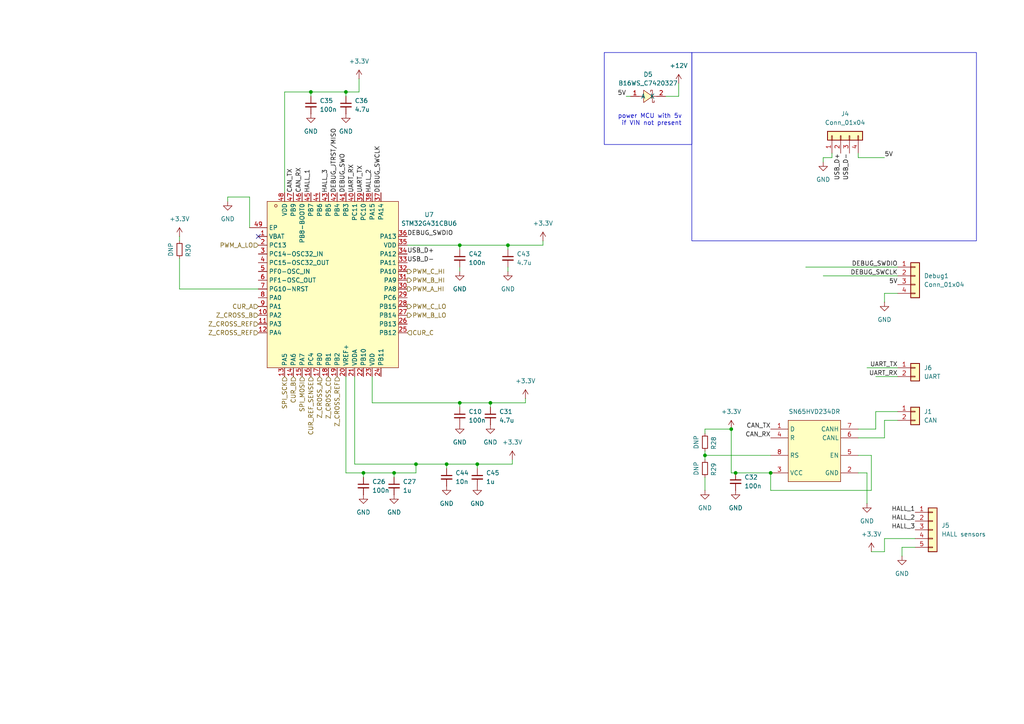
<source format=kicad_sch>
(kicad_sch (version 20231120) (generator "eeschema") (generator_version "8.0")
  (paper "A4")
  (lib_symbols
    (symbol "Connector_Generic:Conn_01x02" (pin_names (offset 1.016) hide)
      (property "Reference" "J" (at 0 2.54 0))
      (property "Value" "Conn_01x02" (at 0 -5.08 0))
      (symbol "Conn_01x02_1_1"
        (rectangle (start -1.27 -2.413) (end 0 -2.667) (stroke (width 0.1524)))
        (rectangle (start -1.27 0.127) (end 0 -0.127) (stroke (width 0.1524)))
        (rectangle (start -1.27 1.27) (end 1.27 -3.81) (stroke (width 0.254)) (fill (type background)))
        (pin passive line (at -5.08 0 0) (length 3.81) (name "Pin_1") (number "1"))
        (pin passive line (at -5.08 -2.54 0) (length 3.81) (name "Pin_2") (number "2"))
      )
    )
    (symbol "Connector_Generic:Conn_01x04" (pin_names (offset 1.016) hide)
      (property "Reference" "J" (at 0 5.08 0))
      (property "Value" "Conn_01x04" (at 0 -7.62 0))
      (symbol "Conn_01x04_1_1"
        (rectangle (start -1.27 -4.953) (end 0 -5.207) (stroke (width 0.1524)))
        (rectangle (start -1.27 -2.413) (end 0 -2.667) (stroke (width 0.1524)))
        (rectangle (start -1.27 0.127) (end 0 -0.127) (stroke (width 0.1524)))
        (rectangle (start -1.27 2.667) (end 0 2.413) (stroke (width 0.1524)))
        (rectangle (start -1.27 3.81) (end 1.27 -6.35) (stroke (width 0.254)) (fill (type background)))
        (pin passive line (at -5.08 2.54 0) (length 3.81) (name "Pin_1") (number "1"))
        (pin passive line (at -5.08 0 0) (length 3.81) (name "Pin_2") (number "2"))
        (pin passive line (at -5.08 -2.54 0) (length 3.81) (name "Pin_3") (number "3"))
        (pin passive line (at -5.08 -5.08 0) (length 3.81) (name "Pin_4") (number "4"))
      )
    )
    (symbol "Connector_Generic:Conn_01x05" (pin_names (offset 1.016) hide)
      (property "Reference" "J" (at 0 7.62 0))
      (property "Value" "Conn_01x05" (at 0 -7.62 0))
      (symbol "Conn_01x05_1_1"
        (rectangle (start -1.27 -4.953) (end 0 -5.207) (stroke (width 0.1524)))
        (rectangle (start -1.27 -2.413) (end 0 -2.667) (stroke (width 0.1524)))
        (rectangle (start -1.27 0.127) (end 0 -0.127) (stroke (width 0.1524)))
        (rectangle (start -1.27 2.667) (end 0 2.413) (stroke (width 0.1524)))
        (rectangle (start -1.27 5.207) (end 0 4.953) (stroke (width 0.1524)))
        (rectangle (start -1.27 6.35) (end 1.27 -6.35) (stroke (width 0.254)) (fill (type background)))
        (pin passive line (at -5.08 5.08 0) (length 3.81) (name "Pin_1") (number "1"))
        (pin passive line (at -5.08 2.54 0) (length 3.81) (name "Pin_2") (number "2"))
        (pin passive line (at -5.08 0 0) (length 3.81) (name "Pin_3") (number "3"))
        (pin passive line (at -5.08 -2.54 0) (length 3.81) (name "Pin_4") (number "4"))
        (pin passive line (at -5.08 -5.08 0) (length 3.81) (name "Pin_5") (number "5"))
      )
    )
    (symbol "Device:C_Small" (pin_numbers hide) (pin_names (offset 0.254) hide)
      (property "Reference" "C" (at 0.254 1.778 0))
      (property "Value" "C_Small" (at 0.254 -2.032 0))
      (symbol "C_Small_0_1"
        (polyline (pts (xy -1.524 -0.508) (xy 1.524 -0.508)) (stroke (width 0.3302)))
        (polyline (pts (xy -1.524 0.508) (xy 1.524 0.508)) (stroke (width 0.3048)))
      )
      (symbol "C_Small_1_1"
        (pin passive line (at 0 2.54 270) (length 2.032) (name "~") (number "1"))
        (pin passive line (at 0 -2.54 90) (length 2.032) (name "~") (number "2"))
      )
    )
    (symbol "Device:R_Small" (pin_numbers hide) (pin_names (offset 0.254) hide)
      (property "Reference" "R" (at 0.762 0.508 0))
      (property "Value" "R_Small" (at 0.762 -1.016 0))
      (symbol "R_Small_0_1"
        (rectangle (start -0.762 1.778) (end 0.762 -1.778) (stroke (width 0.2032)))
      )
      (symbol "R_Small_1_1"
        (pin passive line (at 0 2.54 270) (length 0.762) (name "~") (number "1"))
        (pin passive line (at 0 -2.54 90) (length 0.762) (name "~") (number "2"))
      )
    )
    (symbol "easyeda2kicad:B16WS_C7420327"
      (property "Reference" "D" (at 0 5.08 0))
      (property "Value" "B16WS_C7420327" (at 0 -5.08 0))
      (symbol "B16WS_C7420327_0_1"
        (polyline (pts (xy -2.54 0) (xy -1.27 0)))
        (polyline (pts (xy 1.27 0) (xy 2.54 0)))
        (polyline (pts (xy -1.27 -1.78) (xy 1.27 0) (xy -1.27 1.78) (xy -1.27 -1.78)) (fill (type background)))
        (polyline (pts (xy 1.78 -1.27) (xy 1.78 -1.78) (xy 1.27 -1.78) (xy 1.27 1.78) (xy 0.76 1.78) (xy 0.76 1.27)))
        (pin unspecified line (at -5.08 0 0) (length 2.54) (name "A") (number "1"))
        (pin unspecified line (at 5.08 0 180) (length 2.54) (name "K") (number "2"))
      )
    )
    (symbol "easyeda2kicad:SN65HVD234DR"
      (property "Reference" "U" (at 0 11.43 0))
      (property "Value" "SN65HVD234DR" (at 0 -11.43 0))
      (symbol "SN65HVD234DR_0_1"
        (rectangle (start -7.62 8.89) (end 7.62 -8.89) (fill (type background)))
        (pin unspecified line (at -12.7 6.35 0) (length 5.08) (name "D") (number "1"))
        (pin power_in line (at 12.7 -6.35 180) (length 5.08) (name "GND") (number "2"))
        (pin power_in line (at -12.7 -6.35 0) (length 5.08) (name "VCC") (number "3"))
        (pin output line (at -12.7 3.81 0) (length 5.08) (name "R") (number "4"))
        (pin unspecified line (at 12.7 -1.27 180) (length 5.08) (name "EN") (number "5"))
        (pin bidirectional line (at 12.7 3.81 180) (length 5.08) (name "CANL") (number "6"))
        (pin bidirectional line (at 12.7 6.35 180) (length 5.08) (name "CANH") (number "7"))
        (pin unspecified line (at -12.7 -1.27 0) (length 5.08) (name "RS") (number "8"))
      )
    )
    (symbol "easyeda2kicad:STM32G431CBU6"
      (property "Reference" "U" (at 0 33.02 0))
      (property "Value" "STM32G431CBU6" (at 0 -30.48 0))
      (symbol "STM32G431CBU6_0_1"
        (rectangle (start -20.32 25.4) (end 17.78 -22.86) (fill (type background)))
        (circle (center -17.78 24.13) (radius 0.38))
        (pin unspecified line (at -22.86 15.24 0) (length 2.54) (name "VBAT") (number "1"))
        (pin unspecified line (at -22.86 -7.62 0) (length 2.54) (name "PA2") (number "10"))
        (pin unspecified line (at -22.86 -10.16 0) (length 2.54) (name "PA3") (number "11"))
        (pin unspecified line (at -22.86 -12.7 0) (length 2.54) (name "PA4") (number "12"))
        (pin unspecified line (at -15.24 -25.4 90) (length 2.54) (name "PA5") (number "13"))
        (pin unspecified line (at -12.7 -25.4 90) (length 2.54) (name "PA6") (number "14"))
        (pin unspecified line (at -10.16 -25.4 90) (length 2.54) (name "PA7") (number "15"))
        (pin unspecified line (at -7.62 -25.4 90) (length 2.54) (name "PC4") (number "16"))
        (pin unspecified line (at -5.08 -25.4 90) (length 2.54) (name "PB0") (number "17"))
        (pin unspecified line (at -2.54 -25.4 90) (length 2.54) (name "PB1") (number "18"))
        (pin unspecified line (at 0 -25.4 90) (length 2.54) (name "PB2") (number "19"))
        (pin unspecified line (at -22.86 12.7 0) (length 2.54) (name "PC13") (number "2"))
        (pin unspecified line (at 2.54 -25.4 90) (length 2.54) (name "VREF+") (number "20"))
        (pin unspecified line (at 5.08 -25.4 90) (length 2.54) (name "VDDA") (number "21"))
        (pin unspecified line (at 7.62 -25.4 90) (length 2.54) (name "PB10") (number "22"))
        (pin unspecified line (at 10.16 -25.4 90) (length 2.54) (name "VDD") (number "23"))
        (pin unspecified line (at 12.7 -25.4 90) (length 2.54) (name "PB11") (number "24"))
        (pin unspecified line (at 20.32 -12.7 180) (length 2.54) (name "PB12") (number "25"))
        (pin unspecified line (at 20.32 -10.16 180) (length 2.54) (name "PB13") (number "26"))
        (pin unspecified line (at 20.32 -7.62 180) (length 2.54) (name "PB14") (number "27"))
        (pin unspecified line (at 20.32 -5.08 180) (length 2.54) (name "PB15") (number "28"))
        (pin unspecified line (at 20.32 -2.54 180) (length 2.54) (name "PC6") (number "29"))
        (pin unspecified line (at -22.86 10.16 0) (length 2.54) (name "PC14-OSC32_IN") (number "3"))
        (pin unspecified line (at 20.32 0 180) (length 2.54) (name "PA8") (number "30"))
        (pin unspecified line (at 20.32 2.54 180) (length 2.54) (name "PA9") (number "31"))
        (pin unspecified line (at 20.32 5.08 180) (length 2.54) (name "PA10") (number "32"))
        (pin unspecified line (at 20.32 7.62 180) (length 2.54) (name "PA11") (number "33"))
        (pin unspecified line (at 20.32 10.16 180) (length 2.54) (name "PA12") (number "34"))
        (pin unspecified line (at 20.32 12.7 180) (length 2.54) (name "VDD") (number "35"))
        (pin unspecified line (at 20.32 15.24 180) (length 2.54) (name "PA13") (number "36"))
        (pin unspecified line (at 12.7 27.94 270) (length 2.54) (name "PA14") (number "37"))
        (pin unspecified line (at 10.16 27.94 270) (length 2.54) (name "PA15") (number "38"))
        (pin unspecified line (at 7.62 27.94 270) (length 2.54) (name "PC10") (number "39"))
        (pin unspecified line (at -22.86 7.62 0) (length 2.54) (name "PC15-OSC32_OUT") (number "4"))
        (pin unspecified line (at 5.08 27.94 270) (length 2.54) (name "PC11") (number "40"))
        (pin unspecified line (at 2.54 27.94 270) (length 2.54) (name "PB3") (number "41"))
        (pin unspecified line (at 0 27.94 270) (length 2.54) (name "PB4") (number "42"))
        (pin unspecified line (at -2.54 27.94 270) (length 2.54) (name "PB5") (number "43"))
        (pin unspecified line (at -5.08 27.94 270) (length 2.54) (name "PB6") (number "44"))
        (pin unspecified line (at -7.62 27.94 270) (length 2.54) (name "PB7") (number "45"))
        (pin unspecified line (at -10.16 27.94 270) (length 2.54) (name "PB8-BOOT0") (number "46"))
        (pin unspecified line (at -12.7 27.94 270) (length 2.54) (name "PB9") (number "47"))
        (pin unspecified line (at -15.24 27.94 270) (length 2.54) (name "VDD") (number "48"))
        (pin unspecified line (at -25.4 17.78 0) (length 5.08) (name "EP") (number "49"))
        (pin unspecified line (at -22.86 5.08 0) (length 2.54) (name "PF0-OSC_IN") (number "5"))
        (pin unspecified line (at -22.86 2.54 0) (length 2.54) (name "PF1-OSC_OUT") (number "6"))
        (pin unspecified line (at -22.86 0 0) (length 2.54) (name "PG10-NRST") (number "7"))
        (pin unspecified line (at -22.86 -2.54 0) (length 2.54) (name "PA0") (number "8"))
        (pin unspecified line (at -22.86 -5.08 0) (length 2.54) (name "PA1") (number "9"))
      )
    )
    (symbol "power:+12V" (power) (pin_numbers hide) (pin_names (offset 0) hide)
      (property "Value" "+12V" (at 0 3.556 0))
      (symbol "+12V_0_1"
        (polyline (pts (xy -0.762 1.27) (xy 0 2.54)))
        (polyline (pts (xy 0 0) (xy 0 2.54)))
        (polyline (pts (xy 0 2.54) (xy 0.762 1.27)))
      )
      (symbol "+12V_1_1"
        (pin power_in line (at 0 0 90) (length 0) (name "~") (number "1"))
      )
    )
    (symbol "power:+3.3V" (power) (pin_numbers hide) (pin_names (offset 0) hide)
      (property "Value" "+3.3V" (at 0 3.556 0))
      (symbol "+3.3V_0_1"
        (polyline (pts (xy -0.762 1.27) (xy 0 2.54)))
        (polyline (pts (xy 0 0) (xy 0 2.54)))
        (polyline (pts (xy 0 2.54) (xy 0.762 1.27)))
      )
      (symbol "+3.3V_1_1"
        (pin power_in line (at 0 0 90) (length 0) (name "~") (number "1"))
      )
    )
    (symbol "power:GND" (power) (pin_numbers hide) (pin_names (offset 0) hide)
      (property "Value" "GND" (at 0 -3.81 0))
      (symbol "GND_0_1"
        (polyline (pts (xy 0 0) (xy 0 -1.27) (xy 1.27 -1.27) (xy 0 -2.54) (xy -1.27 -1.27) (xy 0 -1.27)))
      )
      (symbol "GND_1_1"
        (pin power_in line (at 0 0 270) (length 0) (name "~") (number "1"))
      )
    )
  )
  (junction (at 114.3 137.16))
  (junction (at 223.52 137.16))
  (junction (at 204.47 132.08))
  (junction (at 129.54 134.62))
  (junction (at 138.43 134.62))
  (junction (at 133.35 71.12))
  (junction (at 213.36 137.16))
  (junction (at 100.33 26.67))
  (junction (at 212.09 124.46))
  (junction (at 105.41 137.16))
  (junction (at 120.65 134.62))
  (junction (at 147.32 71.12))
  (junction (at 133.35 116.84))
  (junction (at 142.24 116.84))
  (junction (at 90.17 26.67))
  (no_connect (at 74.93 68.58))
  (wire (pts (xy 248.92 45.72) (xy 248.92 44.45)))
  (wire (pts (xy 147.32 72.39) (xy 147.32 71.12)))
  (wire (pts (xy 256.54 160.02) (xy 256.54 156.21)))
  (wire (pts (xy 238.76 46.99) (xy 238.76 45.72)))
  (wire (pts (xy 157.48 69.85) (xy 157.48 71.12)))
  (wire (pts (xy 82.55 26.67) (xy 90.17 26.67)))
  (wire (pts (xy 260.35 106.68) (xy 251.46 106.68)))
  (wire (pts (xy 138.43 134.62) (xy 138.43 135.89)))
  (wire (pts (xy 204.47 124.46) (xy 212.09 124.46)))
  (wire (pts (xy 133.35 78.74) (xy 133.35 77.47)))
  (wire (pts (xy 252.73 142.24) (xy 223.52 142.24)))
  (wire (pts (xy 100.33 26.67) (xy 104.14 26.67)))
  (wire (pts (xy 248.92 124.46) (xy 254 124.46)))
  (wire (pts (xy 181.61 27.94) (xy 182.88 27.94)))
  (wire (pts (xy 196.85 24.13) (xy 196.85 27.94)))
  (wire (pts (xy 129.54 134.62) (xy 129.54 135.89)))
  (wire (pts (xy 204.47 130.81) (xy 204.47 132.08)))
  (wire (pts (xy 260.35 121.92) (xy 256.54 121.92)))
  (wire (pts (xy 114.3 137.16) (xy 114.3 138.43)))
  (wire (pts (xy 120.65 134.62) (xy 129.54 134.62)))
  (wire (pts (xy 193.04 27.94) (xy 196.85 27.94)))
  (wire (pts (xy 204.47 132.08) (xy 204.47 133.35)))
  (wire (pts (xy 120.65 137.16) (xy 120.65 134.62)))
  (wire (pts (xy 82.55 55.88) (xy 82.55 26.67)))
  (wire (pts (xy 52.07 83.82) (xy 52.07 74.93)))
  (wire (pts (xy 142.24 116.84) (xy 142.24 118.11)))
  (wire (pts (xy 52.07 68.58) (xy 52.07 69.85)))
  (wire (pts (xy 256.54 45.72) (xy 248.92 45.72)))
  (wire (pts (xy 248.92 137.16) (xy 251.46 137.16)))
  (wire (pts (xy 90.17 26.67) (xy 100.33 26.67)))
  (wire (pts (xy 129.54 134.62) (xy 138.43 134.62)))
  (wire (pts (xy 104.14 22.86) (xy 104.14 26.67)))
  (wire (pts (xy 105.41 137.16) (xy 105.41 138.43)))
  (wire (pts (xy 254 119.38) (xy 260.35 119.38)))
  (wire (pts (xy 100.33 109.22) (xy 100.33 137.16)))
  (wire (pts (xy 72.39 57.15) (xy 66.04 57.15)))
  (wire (pts (xy 260.35 77.47) (xy 233.68 77.47)))
  (wire (pts (xy 223.52 137.16) (xy 213.36 137.16)))
  (wire (pts (xy 252.73 160.02) (xy 256.54 160.02)))
  (wire (pts (xy 223.52 142.24) (xy 223.52 137.16)))
  (wire (pts (xy 241.3 45.72) (xy 241.3 44.45)))
  (wire (pts (xy 102.87 109.22) (xy 102.87 134.62)))
  (wire (pts (xy 204.47 125.73) (xy 204.47 124.46)))
  (wire (pts (xy 105.41 137.16) (xy 114.3 137.16)))
  (wire (pts (xy 238.76 45.72) (xy 241.3 45.72)))
  (wire (pts (xy 256.54 156.21) (xy 265.43 156.21)))
  (wire (pts (xy 114.3 137.16) (xy 120.65 137.16)))
  (wire (pts (xy 260.35 80.01) (xy 238.76 80.01)))
  (wire (pts (xy 90.17 26.67) (xy 90.17 27.94)))
  (wire (pts (xy 260.35 109.22) (xy 254 109.22)))
  (wire (pts (xy 256.54 87.63) (xy 256.54 85.09)))
  (wire (pts (xy 261.62 161.29) (xy 261.62 158.75)))
  (wire (pts (xy 100.33 26.67) (xy 100.33 27.94)))
  (wire (pts (xy 212.09 137.16) (xy 212.09 124.46)))
  (wire (pts (xy 133.35 116.84) (xy 133.35 118.11)))
  (wire (pts (xy 133.35 72.39) (xy 133.35 71.12)))
  (wire (pts (xy 152.4 115.57) (xy 152.4 116.84)))
  (wire (pts (xy 107.95 109.22) (xy 107.95 116.84)))
  (wire (pts (xy 256.54 121.92) (xy 256.54 127)))
  (wire (pts (xy 148.59 134.62) (xy 138.43 134.62)))
  (wire (pts (xy 204.47 132.08) (xy 223.52 132.08)))
  (wire (pts (xy 147.32 78.74) (xy 147.32 77.47)))
  (wire (pts (xy 118.11 71.12) (xy 133.35 71.12)))
  (wire (pts (xy 261.62 158.75) (xy 265.43 158.75)))
  (wire (pts (xy 248.92 132.08) (xy 252.73 132.08)))
  (wire (pts (xy 204.47 138.43) (xy 204.47 142.24)))
  (wire (pts (xy 152.4 116.84) (xy 142.24 116.84)))
  (wire (pts (xy 254 124.46) (xy 254 119.38)))
  (wire (pts (xy 252.73 132.08) (xy 252.73 142.24)))
  (wire (pts (xy 148.59 133.35) (xy 148.59 134.62)))
  (wire (pts (xy 256.54 85.09) (xy 260.35 85.09)))
  (wire (pts (xy 107.95 116.84) (xy 133.35 116.84)))
  (wire (pts (xy 100.33 137.16) (xy 105.41 137.16)))
  (wire (pts (xy 157.48 71.12) (xy 147.32 71.12)))
  (wire (pts (xy 66.04 57.15) (xy 66.04 58.42)))
  (wire (pts (xy 256.54 127) (xy 248.92 127)))
  (wire (pts (xy 147.32 71.12) (xy 133.35 71.12)))
  (wire (pts (xy 74.93 83.82) (xy 52.07 83.82)))
  (wire (pts (xy 72.39 66.04) (xy 72.39 57.15)))
  (wire (pts (xy 213.36 137.16) (xy 212.09 137.16)))
  (wire (pts (xy 133.35 116.84) (xy 142.24 116.84)))
  (wire (pts (xy 251.46 137.16) (xy 251.46 146.05)))
  (wire (pts (xy 102.87 134.62) (xy 120.65 134.62)))
  (rectangle (start 175.26 15.24) (end 200.66 41.91))
  (rectangle (start 200.66 15.24) (end 283.21 69.85))
  (text "power MCU with 5v \nif VIN not present\n" (at 188.976 34.798 0) (effects (font (size 1.27 1.27))))
  (label "DEBUG_SWDIO" (at 260.35 77.47 180))
  (label "HALL_2" (at 107.95 55.88 90))
  (label "5V" (at 260.35 82.55 180))
  (label "USB_D-" (at 246.38 44.45 270))
  (label "UART_RX" (at 260.35 109.22 180))
  (label "DEBUG_SWCLK" (at 260.35 80.01 180))
  (label "CAN_RX" (at 223.52 127 180))
  (label "DEBUG_JTRST{slash}MISO" (at 97.79 55.88 90))
  (label "CAN_RX" (at 87.63 55.88 90))
  (label "5V" (at 256.54 45.72 0))
  (label "DEBUG_SWDIO" (at 118.11 68.58 0))
  (label "UART_TX" (at 260.35 106.68 180))
  (label "HALL_1" (at 265.43 148.59 180))
  (label "CAN_TX" (at 223.52 124.46 180))
  (label "5V" (at 181.61 27.94 180))
  (label "HALL_3" (at 265.43 153.67 180))
  (label "UART_TX" (at 105.41 55.88 90))
  (label "USB_D+" (at 243.84 44.45 270))
  (label "USB_D+" (at 118.11 73.66 0))
  (label "USB_D-" (at 118.11 76.2 0))
  (label "DEBUG_SWCLK" (at 110.49 55.88 90))
  (label "HALL_1" (at 90.17 55.88 90))
  (label "CAN_TX" (at 85.09 55.88 90))
  (label "UART_RX" (at 102.87 55.88 90))
  (label "HALL_3" (at 95.25 55.88 90))
  (label "HALL_2" (at 265.43 151.13 180))
  (label "DEBUG_SWO" (at 100.33 55.88 90))
  (hierarchical_label "Z_CROSS_REF" (shape input) (at 97.79 109.22 270))
  (hierarchical_label "Z_CROSS_B" (shape input) (at 74.93 91.44 180))
  (hierarchical_label "Z_CROSS_REF" (shape input) (at 74.93 96.52 180))
  (hierarchical_label "CUR_REF_SENSE" (shape input) (at 90.17 109.22 270))
  (hierarchical_label "PWM_B_HI" (shape output) (at 118.11 81.28 0))
  (hierarchical_label "PWM_C_HI" (shape output) (at 118.11 78.74 0))
  (hierarchical_label "PWM_C_LO" (shape output) (at 118.11 88.9 0))
  (hierarchical_label "Z_CROSS_C" (shape input) (at 95.25 109.22 270))
  (hierarchical_label "PWM_A_LO" (shape input) (at 74.93 71.12 180))
  (hierarchical_label "CUR_C" (shape input) (at 118.11 96.52 0))
  (hierarchical_label "PWM_B_LO" (shape output) (at 118.11 91.44 0))
  (hierarchical_label "SPI_SCK" (shape input) (at 82.55 109.22 270))
  (hierarchical_label "PWM_A_HI" (shape output) (at 118.11 83.82 0))
  (hierarchical_label "Z_CROSS_REF" (shape input) (at 74.93 93.98 180))
  (hierarchical_label "Z_CROSS_A" (shape input) (at 92.71 109.22 270))
  (hierarchical_label "CUR_A" (shape input) (at 74.93 88.9 180))
  (hierarchical_label "SPI_MOSI" (shape input) (at 87.63 109.22 270))
  (hierarchical_label "CUR_B" (shape input) (at 85.09 109.22 270))
  (symbol (lib_id "Device:R_Small") (at 204.47 135.89 0) (mirror y) (unit 1)
    (property "Reference" "R29" (at 207.01 136.144 90))
    (property "Value" "DNP" (at 201.93 135.89 90))
    (property "Footprint" "Resistor_SMD:R_0402_1005Metric" (effects (hide yes)))
    (property "Description" "Resistor, small symbol" (effects (hide yes)))
  )
  (symbol (lib_id "Device:C_Small") (at 105.41 140.97 0) (unit 1)
    (property "Reference" "C26" (at 107.95 139.7062 0) (effects (justify left)))
    (property "Value" "100n" (at 107.95 142.2462 0) (effects (justify left)))
    (property "Footprint" "Capacitor_SMD:C_0402_1005Metric" (effects (hide yes)))
    (property "Description" "Unpolarized capacitor, small symbol" (effects (hide yes)))
  )
  (symbol (lib_id "easyeda2kicad:B16WS_C7420327") (at 187.96 27.94 0) (unit 1)
    (property "Reference" "D5" (at 187.96 21.59 0))
    (property "Value" "B16WS_C7420327" (at 187.96 24.13 0))
    (property "Footprint" "easyeda2kicad:SOD-323_L1.7-W1.3-LS2.5-FD" (effects (hide yes)))
    (property "LCSC Part" "C7420327" (effects (hide yes)))
  )
  (symbol (lib_id "power:GND") (at 256.54 87.63 0) (unit 1)
    (property "Reference" "#PWR033" (effects (hide yes)))
    (property "Value" "GND" (at 256.54 92.71 0))
    (property "Description" "Power symbol creates a global label with name \"GND\" , ground" (effects (hide yes)))
  )
  (symbol (lib_id "power:GND") (at 138.43 140.97 0) (unit 1)
    (property "Reference" "#PWR061" (effects (hide yes)))
    (property "Value" "GND" (at 138.43 146.05 0))
    (property "Description" "Power symbol creates a global label with name \"GND\" , ground" (effects (hide yes)))
  )
  (symbol (lib_id "power:+3.3V") (at 152.4 115.57 0) (unit 1)
    (property "Reference" "#PWR059" (effects (hide yes)))
    (property "Value" "+3.3V" (at 152.4 110.49 0))
    (property "Description" "Power symbol creates a global label with name \"+3.3V\"" (effects (hide yes)))
  )
  (symbol (lib_id "Device:C_Small") (at 129.54 138.43 0) (unit 1)
    (property "Reference" "C44" (at 132.08 137.1662 0) (effects (justify left)))
    (property "Value" "10n" (at 132.08 139.7062 0) (effects (justify left)))
    (property "Footprint" "Capacitor_SMD:C_0402_1005Metric" (effects (hide yes)))
    (property "Description" "Unpolarized capacitor, small symbol" (effects (hide yes)))
  )
  (symbol (lib_id "power:GND") (at 147.32 78.74 0) (unit 1)
    (property "Reference" "#PWR057" (effects (hide yes)))
    (property "Value" "GND" (at 147.32 83.82 0))
    (property "Description" "Power symbol creates a global label with name \"GND\" , ground" (effects (hide yes)))
  )
  (symbol (lib_id "Device:C_Small") (at 142.24 120.65 0) (unit 1)
    (property "Reference" "C31" (at 144.78 119.3862 0) (effects (justify left)))
    (property "Value" "4.7u" (at 144.78 121.9262 0) (effects (justify left)))
    (property "Footprint" "Capacitor_SMD:C_0603_1608Metric" (effects (hide yes)))
    (property "Description" "Unpolarized capacitor, small symbol" (effects (hide yes)))
  )
  (symbol (lib_id "power:GND") (at 238.76 46.99 0) (unit 1)
    (property "Reference" "#PWR03" (effects (hide yes)))
    (property "Value" "GND" (at 238.76 52.07 0))
    (property "Description" "Power symbol creates a global label with name \"GND\" , ground" (effects (hide yes)))
  )
  (symbol (lib_id "power:+3.3V") (at 212.09 124.46 0) (unit 1)
    (property "Reference" "#PWR045" (effects (hide yes)))
    (property "Value" "+3.3V" (at 212.09 119.38 0))
    (property "Description" "Power symbol creates a global label with name \"+3.3V\"" (effects (hide yes)))
  )
  (symbol (lib_id "power:GND") (at 100.33 33.02 0) (unit 1)
    (property "Reference" "#PWR054" (effects (hide yes)))
    (property "Value" "GND" (at 100.33 38.1 0))
    (property "Description" "Power symbol creates a global label with name \"GND\" , ground" (effects (hide yes)))
  )
  (symbol (lib_id "Device:R_Small") (at 52.07 72.39 0) (mirror y) (unit 1)
    (property "Reference" "R30" (at 54.61 72.644 90))
    (property "Value" "DNP" (at 49.53 72.39 90))
    (property "Footprint" "Resistor_SMD:R_0402_1005Metric" (effects (hide yes)))
    (property "Description" "Resistor, small symbol" (effects (hide yes)))
  )
  (symbol (lib_id "Device:C_Small") (at 133.35 74.93 0) (unit 1)
    (property "Reference" "C42" (at 135.89 73.6662 0) (effects (justify left)))
    (property "Value" "100n" (at 135.89 76.2062 0) (effects (justify left)))
    (property "Footprint" "Capacitor_SMD:C_0402_1005Metric" (effects (hide yes)))
    (property "Description" "Unpolarized capacitor, small symbol" (effects (hide yes)))
  )
  (symbol (lib_id "power:GND") (at 90.17 33.02 0) (unit 1)
    (property "Reference" "#PWR041" (effects (hide yes)))
    (property "Value" "GND" (at 90.17 38.1 0))
    (property "Description" "Power symbol creates a global label with name \"GND\" , ground" (effects (hide yes)))
  )
  (symbol (lib_id "power:GND") (at 133.35 123.19 0) (unit 1)
    (property "Reference" "#PWR020" (effects (hide yes)))
    (property "Value" "GND" (at 133.35 128.27 0))
    (property "Description" "Power symbol creates a global label with name \"GND\" , ground" (effects (hide yes)))
  )
  (symbol (lib_id "power:GND") (at 261.62 161.29 0) (unit 1)
    (property "Reference" "#PWR063" (effects (hide yes)))
    (property "Value" "GND" (at 261.62 166.37 0))
    (property "Description" "Power symbol creates a global label with name \"GND\" , ground" (effects (hide yes)))
  )
  (symbol (lib_id "power:GND") (at 204.47 142.24 0) (unit 1)
    (property "Reference" "#PWR051" (effects (hide yes)))
    (property "Value" "GND" (at 204.47 147.32 0))
    (property "Description" "Power symbol creates a global label with name \"GND\" , ground" (effects (hide yes)))
  )
  (symbol (lib_id "easyeda2kicad:SN65HVD234DR") (at 236.22 130.81 0) (unit 1)
    (property "Reference" "U15" (effects (hide yes)))
    (property "Value" "SN65HVD234DR" (at 236.22 119.38 0))
    (property "Footprint" "easyeda2kicad:SOIC-8_L4.9-W3.9-P1.27-LS6.0-BL" (effects (hide yes)))
    (property "Datasheet" "https://lcsc.com/product-detail/CAN_TI_SN65HVD234DR_SN65HVD234DR_C99818.html" (effects (hide yes)))
    (property "LCSC Part" "C99818" (effects (hide yes)))
  )
  (symbol (lib_id "power:+3.3V") (at 252.73 160.02 0) (mirror y) (unit 1)
    (property "Reference" "#PWR04" (effects (hide yes)))
    (property "Value" "+3.3V" (at 252.73 154.94 0))
    (property "Description" "Power symbol creates a global label with name \"+3.3V\"" (effects (hide yes)))
  )
  (symbol (lib_id "Device:C_Small") (at 133.35 120.65 0) (unit 1)
    (property "Reference" "C10" (at 135.89 119.3862 0) (effects (justify left)))
    (property "Value" "100n" (at 135.89 121.9262 0) (effects (justify left)))
    (property "Footprint" "Capacitor_SMD:C_0402_1005Metric" (effects (hide yes)))
    (property "Description" "Unpolarized capacitor, small symbol" (effects (hide yes)))
  )
  (symbol (lib_id "Connector_Generic:Conn_01x05") (at 270.51 153.67 0) (unit 1)
    (property "Reference" "J5" (at 273.05 152.3999 0) (effects (justify left)))
    (property "Value" "HALL sensors" (at 273.05 154.9399 0) (effects (justify left)))
    (property "Footprint" "Connector_PinHeader_2.54mm:PinHeader_1x05_P2.54mm_Vertical" (effects (hide yes)))
    (property "Description" "Generic connector, single row, 01x05, script generated (kicad-library-utils/schlib/autogen/connector/)" (effects (hide yes)))
  )
  (symbol (lib_id "power:GND") (at 213.36 142.24 0) (unit 1)
    (property "Reference" "#PWR052" (effects (hide yes)))
    (property "Value" "GND" (at 213.36 147.32 0))
    (property "Description" "Power symbol creates a global label with name \"GND\" , ground" (effects (hide yes)))
  )
  (symbol (lib_id "Connector_Generic:Conn_01x02") (at 265.43 106.68 0) (unit 1)
    (property "Reference" "J6" (at 267.97 106.6799 0) (effects (justify left)))
    (property "Value" "UART" (at 267.97 109.2199 0) (effects (justify left)))
    (property "Footprint" "Connector_PinHeader_2.00mm:PinHeader_1x02_P2.00mm_Vertical" (effects (hide yes)))
    (property "Description" "Generic connector, single row, 01x02, script generated (kicad-library-utils/schlib/autogen/connector/)" (effects (hide yes)))
  )
  (symbol (lib_id "power:GND") (at 142.24 123.19 0) (unit 1)
    (property "Reference" "#PWR021" (effects (hide yes)))
    (property "Value" "GND" (at 142.24 128.27 0))
    (property "Description" "Power symbol creates a global label with name \"GND\" , ground" (effects (hide yes)))
  )
  (symbol (lib_id "power:+3.3V") (at 104.14 22.86 0) (unit 1)
    (property "Reference" "#PWR042" (effects (hide yes)))
    (property "Value" "+3.3V" (at 104.14 17.78 0))
    (property "Description" "Power symbol creates a global label with name \"+3.3V\"" (effects (hide yes)))
  )
  (symbol (lib_id "Device:C_Small") (at 147.32 74.93 0) (unit 1)
    (property "Reference" "C43" (at 149.86 73.6662 0) (effects (justify left)))
    (property "Value" "4.7u" (at 149.86 76.2062 0) (effects (justify left)))
    (property "Footprint" "Capacitor_SMD:C_0603_1608Metric" (effects (hide yes)))
    (property "Description" "Unpolarized capacitor, small symbol" (effects (hide yes)))
  )
  (symbol (lib_id "power:+3.3V") (at 148.59 133.35 0) (unit 1)
    (property "Reference" "#PWR062" (effects (hide yes)))
    (property "Value" "+3.3V" (at 148.59 128.27 0))
    (property "Description" "Power symbol creates a global label with name \"+3.3V\"" (effects (hide yes)))
  )
  (symbol (lib_id "Connector_Generic:Conn_01x04") (at 265.43 80.01 0) (unit 1)
    (property "Reference" "Debug1" (at 267.97 80.0099 0) (effects (justify left)))
    (property "Value" "Conn_01x04" (at 267.97 82.5499 0) (effects (justify left)))
    (property "Footprint" "Connector_PinHeader_2.54mm:PinHeader_1x04_P2.54mm_Vertical" (effects (hide yes)))
    (property "Description" "Generic connector, single row, 01x04, script generated (kicad-library-utils/schlib/autogen/connector/)" (effects (hide yes)))
  )
  (symbol (lib_id "power:GND") (at 114.3 143.51 0) (unit 1)
    (property "Reference" "#PWR037" (effects (hide yes)))
    (property "Value" "GND" (at 114.3 148.59 0))
    (property "Description" "Power symbol creates a global label with name \"GND\" , ground" (effects (hide yes)))
  )
  (symbol (lib_id "power:GND") (at 105.41 143.51 0) (unit 1)
    (property "Reference" "#PWR036" (effects (hide yes)))
    (property "Value" "GND" (at 105.41 148.59 0))
    (property "Description" "Power symbol creates a global label with name \"GND\" , ground" (effects (hide yes)))
  )
  (symbol (lib_id "Device:C_Small") (at 114.3 140.97 0) (unit 1)
    (property "Reference" "C27" (at 116.84 139.7062 0) (effects (justify left)))
    (property "Value" "1u" (at 116.84 142.2462 0) (effects (justify left)))
    (property "Footprint" "Capacitor_SMD:C_0402_1005Metric" (effects (hide yes)))
    (property "Description" "Unpolarized capacitor, small symbol" (effects (hide yes)))
  )
  (symbol (lib_id "Device:C_Small") (at 100.33 30.48 0) (unit 1)
    (property "Reference" "C36" (at 102.87 29.2162 0) (effects (justify left)))
    (property "Value" "4.7u" (at 102.87 31.7562 0) (effects (justify left)))
    (property "Footprint" "Capacitor_SMD:C_0603_1608Metric" (effects (hide yes)))
    (property "Description" "Unpolarized capacitor, small symbol" (effects (hide yes)))
  )
  (symbol (lib_id "Device:C_Small") (at 138.43 138.43 0) (unit 1)
    (property "Reference" "C45" (at 140.97 137.1662 0) (effects (justify left)))
    (property "Value" "1u" (at 140.97 139.7062 0) (effects (justify left)))
    (property "Footprint" "Capacitor_SMD:C_0402_1005Metric" (effects (hide yes)))
    (property "Description" "Unpolarized capacitor, small symbol" (effects (hide yes)))
  )
  (symbol (lib_id "power:GND") (at 129.54 140.97 0) (unit 1)
    (property "Reference" "#PWR060" (effects (hide yes)))
    (property "Value" "GND" (at 129.54 146.05 0))
    (property "Description" "Power symbol creates a global label with name \"GND\" , ground" (effects (hide yes)))
  )
  (symbol (lib_id "easyeda2kicad:STM32G431CBU6") (at 97.79 83.82 0) (unit 1)
    (property "Reference" "U7" (at 124.46 62.2614 0))
    (property "Value" "STM32G431CBU6" (at 124.46 64.8014 0))
    (property "Footprint" "easyeda2kicad:UFQFPN-48_L7.0-W7.0-P0.50-BL-EP" (effects (hide yes)))
    (property "Datasheet" "https://lcsc.com/product-detail/ST-Microelectronics_STMicroelectronics-STM32G431CBU6_C529356.html" (effects (hide yes)))
    (property "LCSC Part" "C529356" (effects (hide yes)))
  )
  (symbol (lib_id "Connector_Generic:Conn_01x04") (at 243.84 39.37 90) (unit 1)
    (property "Reference" "J4" (at 245.11 33.02 90))
    (property "Value" "Conn_01x04" (at 245.11 35.56 90))
    (property "Footprint" "Connector_PinHeader_2.54mm:PinHeader_1x04_P2.54mm_Vertical" (effects (hide yes)))
    (property "Description" "Generic connector, single row, 01x04, script generated (kicad-library-utils/schlib/autogen/connector/)" (effects (hide yes)))
  )
  (symbol (lib_id "Device:C_Small") (at 90.17 30.48 0) (unit 1)
    (property "Reference" "C35" (at 92.71 29.2162 0) (effects (justify left)))
    (property "Value" "100n" (at 92.71 31.7562 0) (effects (justify left)))
    (property "Footprint" "Capacitor_SMD:C_0402_1005Metric" (effects (hide yes)))
    (property "Description" "Unpolarized capacitor, small symbol" (effects (hide yes)))
  )
  (symbol (lib_id "power:+3.3V") (at 52.07 68.58 0) (unit 1)
    (property "Reference" "#PWR053" (effects (hide yes)))
    (property "Value" "+3.3V" (at 52.07 63.5 0))
    (property "Description" "Power symbol creates a global label with name \"+3.3V\"" (effects (hide yes)))
  )
  (symbol (lib_id "power:GND") (at 133.35 78.74 0) (unit 1)
    (property "Reference" "#PWR056" (effects (hide yes)))
    (property "Value" "GND" (at 133.35 83.82 0))
    (property "Description" "Power symbol creates a global label with name \"GND\" , ground" (effects (hide yes)))
  )
  (symbol (lib_id "Device:R_Small") (at 204.47 128.27 0) (mirror y) (unit 1)
    (property "Reference" "R28" (at 207.01 128.524 90))
    (property "Value" "DNP" (at 201.93 128.27 90))
    (property "Footprint" "Resistor_SMD:R_0402_1005Metric" (effects (hide yes)))
    (property "Description" "Resistor, small symbol" (effects (hide yes)))
  )
  (symbol (lib_id "power:GND") (at 251.46 146.05 0) (unit 1)
    (property "Reference" "#PWR046" (effects (hide yes)))
    (property "Value" "GND" (at 251.46 151.13 0))
    (property "Description" "Power symbol creates a global label with name \"GND\" , ground" (effects (hide yes)))
  )
  (symbol (lib_id "power:+3.3V") (at 157.48 69.85 0) (unit 1)
    (property "Reference" "#PWR058" (effects (hide yes)))
    (property "Value" "+3.3V" (at 157.48 64.77 0))
    (property "Description" "Power symbol creates a global label with name \"+3.3V\"" (effects (hide yes)))
  )
  (symbol (lib_id "power:+12V") (at 196.85 24.13 0) (unit 1)
    (property "Reference" "#PWR028" (effects (hide yes)))
    (property "Value" "+12V" (at 196.85 19.05 0))
    (property "Description" "Power symbol creates a global label with name \"+12V\"" (effects (hide yes)))
  )
  (symbol (lib_id "Connector_Generic:Conn_01x02") (at 265.43 119.38 0) (unit 1)
    (property "Reference" "J1" (at 267.97 119.3799 0) (effects (justify left)))
    (property "Value" "CAN" (at 267.97 121.9199 0) (effects (justify left)))
    (property "Footprint" "Connector_PinHeader_2.00mm:PinHeader_1x02_P2.00mm_Vertical" (effects (hide yes)))
    (property "Description" "Generic connector, single row, 01x02, script generated (kicad-library-utils/schlib/autogen/connector/)" (effects (hide yes)))
  )
  (symbol (lib_id "power:GND") (at 66.04 58.42 0) (mirror y) (unit 1)
    (property "Reference" "#PWR055" (effects (hide yes)))
    (property "Value" "GND" (at 66.04 63.5 0))
    (property "Description" "Power symbol creates a global label with name \"GND\" , ground" (effects (hide yes)))
  )
  (symbol (lib_id "Device:C_Small") (at 213.36 139.7 0) (unit 1)
    (property "Reference" "C32" (at 215.9 138.4362 0) (effects (justify left)))
    (property "Value" "100n" (at 215.9 140.9762 0) (effects (justify left)))
    (property "Footprint" "Capacitor_SMD:C_0402_1005Metric" (effects (hide yes)))
    (property "Description" "Unpolarized capacitor, small symbol" (effects (hide yes)))
  )
)
</source>
